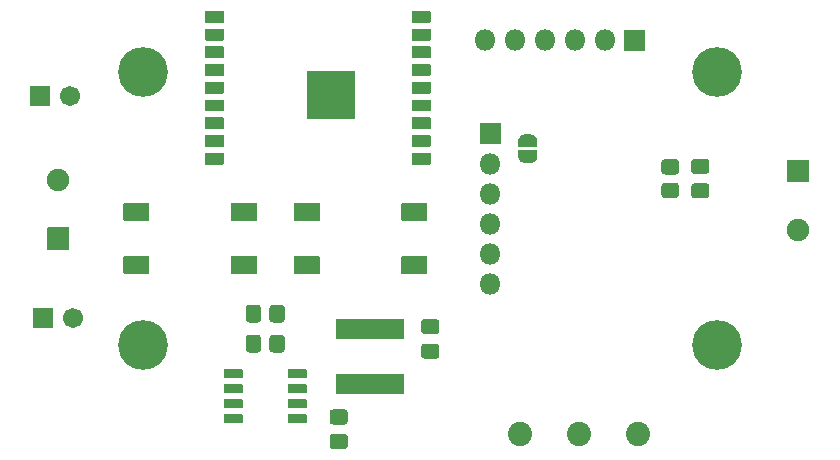
<source format=gbr>
%TF.GenerationSoftware,KiCad,Pcbnew,(5.1.8-0-10_14)*%
%TF.CreationDate,2021-08-05T18:18:29-06:00*%
%TF.ProjectId,ESP8266_Water_Sensor,45535038-3236-4365-9f57-617465725f53,rev?*%
%TF.SameCoordinates,Original*%
%TF.FileFunction,Soldermask,Top*%
%TF.FilePolarity,Negative*%
%FSLAX46Y46*%
G04 Gerber Fmt 4.6, Leading zero omitted, Abs format (unit mm)*
G04 Created by KiCad (PCBNEW (5.1.8-0-10_14)) date 2021-08-05 18:18:29*
%MOMM*%
%LPD*%
G01*
G04 APERTURE LIST*
%ADD10O,1.801600X1.801600*%
%ADD11C,1.901600*%
%ADD12C,0.100000*%
%ADD13C,2.051600*%
%ADD14C,4.216000*%
%ADD15C,1.701600*%
G04 APERTURE END LIST*
%TO.C,U1*%
G36*
G01*
X134875000Y-85865800D02*
X133375000Y-85865800D01*
G75*
G02*
X133324200Y-85815000I0J50800D01*
G01*
X133324200Y-84915000D01*
G75*
G02*
X133375000Y-84864200I50800J0D01*
G01*
X134875000Y-84864200D01*
G75*
G02*
X134925800Y-84915000I0J-50800D01*
G01*
X134925800Y-85815000D01*
G75*
G02*
X134875000Y-85865800I-50800J0D01*
G01*
G37*
G36*
G01*
X134875000Y-87365800D02*
X133375000Y-87365800D01*
G75*
G02*
X133324200Y-87315000I0J50800D01*
G01*
X133324200Y-86415000D01*
G75*
G02*
X133375000Y-86364200I50800J0D01*
G01*
X134875000Y-86364200D01*
G75*
G02*
X134925800Y-86415000I0J-50800D01*
G01*
X134925800Y-87315000D01*
G75*
G02*
X134875000Y-87365800I-50800J0D01*
G01*
G37*
G36*
G01*
X134875000Y-88865800D02*
X133375000Y-88865800D01*
G75*
G02*
X133324200Y-88815000I0J50800D01*
G01*
X133324200Y-87915000D01*
G75*
G02*
X133375000Y-87864200I50800J0D01*
G01*
X134875000Y-87864200D01*
G75*
G02*
X134925800Y-87915000I0J-50800D01*
G01*
X134925800Y-88815000D01*
G75*
G02*
X134875000Y-88865800I-50800J0D01*
G01*
G37*
G36*
G01*
X134875000Y-90365800D02*
X133375000Y-90365800D01*
G75*
G02*
X133324200Y-90315000I0J50800D01*
G01*
X133324200Y-89415000D01*
G75*
G02*
X133375000Y-89364200I50800J0D01*
G01*
X134875000Y-89364200D01*
G75*
G02*
X134925800Y-89415000I0J-50800D01*
G01*
X134925800Y-90315000D01*
G75*
G02*
X134875000Y-90365800I-50800J0D01*
G01*
G37*
G36*
G01*
X134875000Y-91865800D02*
X133375000Y-91865800D01*
G75*
G02*
X133324200Y-91815000I0J50800D01*
G01*
X133324200Y-90915000D01*
G75*
G02*
X133375000Y-90864200I50800J0D01*
G01*
X134875000Y-90864200D01*
G75*
G02*
X134925800Y-90915000I0J-50800D01*
G01*
X134925800Y-91815000D01*
G75*
G02*
X134875000Y-91865800I-50800J0D01*
G01*
G37*
G36*
G01*
X134875000Y-93365800D02*
X133375000Y-93365800D01*
G75*
G02*
X133324200Y-93315000I0J50800D01*
G01*
X133324200Y-92415000D01*
G75*
G02*
X133375000Y-92364200I50800J0D01*
G01*
X134875000Y-92364200D01*
G75*
G02*
X134925800Y-92415000I0J-50800D01*
G01*
X134925800Y-93315000D01*
G75*
G02*
X134875000Y-93365800I-50800J0D01*
G01*
G37*
G36*
G01*
X134875000Y-94865800D02*
X133375000Y-94865800D01*
G75*
G02*
X133324200Y-94815000I0J50800D01*
G01*
X133324200Y-93915000D01*
G75*
G02*
X133375000Y-93864200I50800J0D01*
G01*
X134875000Y-93864200D01*
G75*
G02*
X134925800Y-93915000I0J-50800D01*
G01*
X134925800Y-94815000D01*
G75*
G02*
X134875000Y-94865800I-50800J0D01*
G01*
G37*
G36*
G01*
X134875000Y-96365800D02*
X133375000Y-96365800D01*
G75*
G02*
X133324200Y-96315000I0J50800D01*
G01*
X133324200Y-95415000D01*
G75*
G02*
X133375000Y-95364200I50800J0D01*
G01*
X134875000Y-95364200D01*
G75*
G02*
X134925800Y-95415000I0J-50800D01*
G01*
X134925800Y-96315000D01*
G75*
G02*
X134875000Y-96365800I-50800J0D01*
G01*
G37*
G36*
G01*
X134875000Y-97865800D02*
X133375000Y-97865800D01*
G75*
G02*
X133324200Y-97815000I0J50800D01*
G01*
X133324200Y-96915000D01*
G75*
G02*
X133375000Y-96864200I50800J0D01*
G01*
X134875000Y-96864200D01*
G75*
G02*
X134925800Y-96915000I0J-50800D01*
G01*
X134925800Y-97815000D01*
G75*
G02*
X134875000Y-97865800I-50800J0D01*
G01*
G37*
G36*
G01*
X152375000Y-97865800D02*
X150875000Y-97865800D01*
G75*
G02*
X150824200Y-97815000I0J50800D01*
G01*
X150824200Y-96915000D01*
G75*
G02*
X150875000Y-96864200I50800J0D01*
G01*
X152375000Y-96864200D01*
G75*
G02*
X152425800Y-96915000I0J-50800D01*
G01*
X152425800Y-97815000D01*
G75*
G02*
X152375000Y-97865800I-50800J0D01*
G01*
G37*
G36*
G01*
X152375000Y-96365800D02*
X150875000Y-96365800D01*
G75*
G02*
X150824200Y-96315000I0J50800D01*
G01*
X150824200Y-95415000D01*
G75*
G02*
X150875000Y-95364200I50800J0D01*
G01*
X152375000Y-95364200D01*
G75*
G02*
X152425800Y-95415000I0J-50800D01*
G01*
X152425800Y-96315000D01*
G75*
G02*
X152375000Y-96365800I-50800J0D01*
G01*
G37*
G36*
G01*
X152375000Y-94865800D02*
X150875000Y-94865800D01*
G75*
G02*
X150824200Y-94815000I0J50800D01*
G01*
X150824200Y-93915000D01*
G75*
G02*
X150875000Y-93864200I50800J0D01*
G01*
X152375000Y-93864200D01*
G75*
G02*
X152425800Y-93915000I0J-50800D01*
G01*
X152425800Y-94815000D01*
G75*
G02*
X152375000Y-94865800I-50800J0D01*
G01*
G37*
G36*
G01*
X152375000Y-93365800D02*
X150875000Y-93365800D01*
G75*
G02*
X150824200Y-93315000I0J50800D01*
G01*
X150824200Y-92415000D01*
G75*
G02*
X150875000Y-92364200I50800J0D01*
G01*
X152375000Y-92364200D01*
G75*
G02*
X152425800Y-92415000I0J-50800D01*
G01*
X152425800Y-93315000D01*
G75*
G02*
X152375000Y-93365800I-50800J0D01*
G01*
G37*
G36*
G01*
X152375000Y-91865800D02*
X150875000Y-91865800D01*
G75*
G02*
X150824200Y-91815000I0J50800D01*
G01*
X150824200Y-90915000D01*
G75*
G02*
X150875000Y-90864200I50800J0D01*
G01*
X152375000Y-90864200D01*
G75*
G02*
X152425800Y-90915000I0J-50800D01*
G01*
X152425800Y-91815000D01*
G75*
G02*
X152375000Y-91865800I-50800J0D01*
G01*
G37*
G36*
G01*
X152375000Y-90365800D02*
X150875000Y-90365800D01*
G75*
G02*
X150824200Y-90315000I0J50800D01*
G01*
X150824200Y-89415000D01*
G75*
G02*
X150875000Y-89364200I50800J0D01*
G01*
X152375000Y-89364200D01*
G75*
G02*
X152425800Y-89415000I0J-50800D01*
G01*
X152425800Y-90315000D01*
G75*
G02*
X152375000Y-90365800I-50800J0D01*
G01*
G37*
G36*
G01*
X152375000Y-88865800D02*
X150875000Y-88865800D01*
G75*
G02*
X150824200Y-88815000I0J50800D01*
G01*
X150824200Y-87915000D01*
G75*
G02*
X150875000Y-87864200I50800J0D01*
G01*
X152375000Y-87864200D01*
G75*
G02*
X152425800Y-87915000I0J-50800D01*
G01*
X152425800Y-88815000D01*
G75*
G02*
X152375000Y-88865800I-50800J0D01*
G01*
G37*
G36*
G01*
X152375000Y-87365800D02*
X150875000Y-87365800D01*
G75*
G02*
X150824200Y-87315000I0J50800D01*
G01*
X150824200Y-86415000D01*
G75*
G02*
X150875000Y-86364200I50800J0D01*
G01*
X152375000Y-86364200D01*
G75*
G02*
X152425800Y-86415000I0J-50800D01*
G01*
X152425800Y-87315000D01*
G75*
G02*
X152375000Y-87365800I-50800J0D01*
G01*
G37*
G36*
G01*
X152375000Y-85865800D02*
X150875000Y-85865800D01*
G75*
G02*
X150824200Y-85815000I0J50800D01*
G01*
X150824200Y-84915000D01*
G75*
G02*
X150875000Y-84864200I50800J0D01*
G01*
X152375000Y-84864200D01*
G75*
G02*
X152425800Y-84915000I0J-50800D01*
G01*
X152425800Y-85815000D01*
G75*
G02*
X152375000Y-85865800I-50800J0D01*
G01*
G37*
G36*
G01*
X145975000Y-94025800D02*
X141975000Y-94025800D01*
G75*
G02*
X141924200Y-93975000I0J50800D01*
G01*
X141924200Y-89975000D01*
G75*
G02*
X141975000Y-89924200I50800J0D01*
G01*
X145975000Y-89924200D01*
G75*
G02*
X146025800Y-89975000I0J-50800D01*
G01*
X146025800Y-93975000D01*
G75*
G02*
X145975000Y-94025800I-50800J0D01*
G01*
G37*
%TD*%
%TO.C,C2*%
G36*
G01*
X151895817Y-113026700D02*
X152904183Y-113026700D01*
G75*
G02*
X153175800Y-113298317I0J-271617D01*
G01*
X153175800Y-114031683D01*
G75*
G02*
X152904183Y-114303300I-271617J0D01*
G01*
X151895817Y-114303300D01*
G75*
G02*
X151624200Y-114031683I0J271617D01*
G01*
X151624200Y-113298317D01*
G75*
G02*
X151895817Y-113026700I271617J0D01*
G01*
G37*
G36*
G01*
X151895817Y-110951700D02*
X152904183Y-110951700D01*
G75*
G02*
X153175800Y-111223317I0J-271617D01*
G01*
X153175800Y-111956683D01*
G75*
G02*
X152904183Y-112228300I-271617J0D01*
G01*
X151895817Y-112228300D01*
G75*
G02*
X151624200Y-111956683I0J271617D01*
G01*
X151624200Y-111223317D01*
G75*
G02*
X151895817Y-110951700I271617J0D01*
G01*
G37*
%TD*%
%TO.C,C3*%
G36*
G01*
X145157183Y-121953600D02*
X144148817Y-121953600D01*
G75*
G02*
X143877200Y-121681983I0J271617D01*
G01*
X143877200Y-120948617D01*
G75*
G02*
X144148817Y-120677000I271617J0D01*
G01*
X145157183Y-120677000D01*
G75*
G02*
X145428800Y-120948617I0J-271617D01*
G01*
X145428800Y-121681983D01*
G75*
G02*
X145157183Y-121953600I-271617J0D01*
G01*
G37*
G36*
G01*
X145157183Y-119878600D02*
X144148817Y-119878600D01*
G75*
G02*
X143877200Y-119606983I0J271617D01*
G01*
X143877200Y-118873617D01*
G75*
G02*
X144148817Y-118602000I271617J0D01*
G01*
X145157183Y-118602000D01*
G75*
G02*
X145428800Y-118873617I0J-271617D01*
G01*
X145428800Y-119606983D01*
G75*
G02*
X145157183Y-119878600I-271617J0D01*
G01*
G37*
%TD*%
%TO.C,C12*%
G36*
G01*
X174755817Y-99459200D02*
X175764183Y-99459200D01*
G75*
G02*
X176035800Y-99730817I0J-271617D01*
G01*
X176035800Y-100464183D01*
G75*
G02*
X175764183Y-100735800I-271617J0D01*
G01*
X174755817Y-100735800D01*
G75*
G02*
X174484200Y-100464183I0J271617D01*
G01*
X174484200Y-99730817D01*
G75*
G02*
X174755817Y-99459200I271617J0D01*
G01*
G37*
G36*
G01*
X174755817Y-97384200D02*
X175764183Y-97384200D01*
G75*
G02*
X176035800Y-97655817I0J-271617D01*
G01*
X176035800Y-98389183D01*
G75*
G02*
X175764183Y-98660800I-271617J0D01*
G01*
X174755817Y-98660800D01*
G75*
G02*
X174484200Y-98389183I0J271617D01*
G01*
X174484200Y-97655817D01*
G75*
G02*
X174755817Y-97384200I271617J0D01*
G01*
G37*
%TD*%
%TO.C,J1*%
G36*
G01*
X156579200Y-96100000D02*
X156579200Y-94400000D01*
G75*
G02*
X156630000Y-94349200I50800J0D01*
G01*
X158330000Y-94349200D01*
G75*
G02*
X158380800Y-94400000I0J-50800D01*
G01*
X158380800Y-96100000D01*
G75*
G02*
X158330000Y-96150800I-50800J0D01*
G01*
X156630000Y-96150800D01*
G75*
G02*
X156579200Y-96100000I0J50800D01*
G01*
G37*
D10*
X157480000Y-97790000D03*
X157480000Y-100330000D03*
X157480000Y-102870000D03*
X157480000Y-105410000D03*
X157480000Y-107950000D03*
%TD*%
D11*
%TO.C,J2*%
X120904000Y-99140000D03*
G36*
G01*
X121804000Y-105090800D02*
X120004000Y-105090800D01*
G75*
G02*
X119953200Y-105040000I0J50800D01*
G01*
X119953200Y-103240000D01*
G75*
G02*
X120004000Y-103189200I50800J0D01*
G01*
X121804000Y-103189200D01*
G75*
G02*
X121854800Y-103240000I0J-50800D01*
G01*
X121854800Y-105040000D01*
G75*
G02*
X121804000Y-105090800I-50800J0D01*
G01*
G37*
%TD*%
%TO.C,J4*%
G36*
G01*
X182615000Y-97474200D02*
X184415000Y-97474200D01*
G75*
G02*
X184465800Y-97525000I0J-50800D01*
G01*
X184465800Y-99325000D01*
G75*
G02*
X184415000Y-99375800I-50800J0D01*
G01*
X182615000Y-99375800D01*
G75*
G02*
X182564200Y-99325000I0J50800D01*
G01*
X182564200Y-97525000D01*
G75*
G02*
X182615000Y-97474200I50800J0D01*
G01*
G37*
X183515000Y-103425000D03*
%TD*%
D10*
%TO.C,J5*%
X157022800Y-87350600D03*
X159562800Y-87350600D03*
X162102800Y-87350600D03*
X164642800Y-87350600D03*
X167182800Y-87350600D03*
G36*
G01*
X168872800Y-86449800D02*
X170572800Y-86449800D01*
G75*
G02*
X170623600Y-86500600I0J-50800D01*
G01*
X170623600Y-88200600D01*
G75*
G02*
X170572800Y-88251400I-50800J0D01*
G01*
X168872800Y-88251400D01*
G75*
G02*
X168822000Y-88200600I0J50800D01*
G01*
X168822000Y-86500600D01*
G75*
G02*
X168872800Y-86449800I50800J0D01*
G01*
G37*
%TD*%
D12*
%TO.C,JP1*%
G36*
X161455198Y-97176113D02*
G01*
X161455198Y-97194534D01*
X161454953Y-97199514D01*
X161450143Y-97248345D01*
X161449412Y-97253275D01*
X161439840Y-97301400D01*
X161438628Y-97306237D01*
X161424384Y-97353192D01*
X161422705Y-97357885D01*
X161403928Y-97403218D01*
X161401796Y-97407726D01*
X161378665Y-97450999D01*
X161376103Y-97455273D01*
X161348843Y-97496072D01*
X161345873Y-97500077D01*
X161314745Y-97538006D01*
X161311397Y-97541700D01*
X161276700Y-97576397D01*
X161273006Y-97579745D01*
X161235077Y-97610873D01*
X161231072Y-97613843D01*
X161190273Y-97641103D01*
X161185999Y-97643665D01*
X161142726Y-97666796D01*
X161138218Y-97668928D01*
X161092885Y-97687705D01*
X161088192Y-97689384D01*
X161041237Y-97703628D01*
X161036400Y-97704840D01*
X160988275Y-97714412D01*
X160983345Y-97715143D01*
X160934514Y-97719953D01*
X160929534Y-97720198D01*
X160911113Y-97720198D01*
X160905000Y-97720800D01*
X160405000Y-97720800D01*
X160398887Y-97720198D01*
X160380466Y-97720198D01*
X160375486Y-97719953D01*
X160326655Y-97715143D01*
X160321725Y-97714412D01*
X160273600Y-97704840D01*
X160268763Y-97703628D01*
X160221808Y-97689384D01*
X160217115Y-97687705D01*
X160171782Y-97668928D01*
X160167274Y-97666796D01*
X160124001Y-97643665D01*
X160119727Y-97641103D01*
X160078928Y-97613843D01*
X160074923Y-97610873D01*
X160036994Y-97579745D01*
X160033300Y-97576397D01*
X159998603Y-97541700D01*
X159995255Y-97538006D01*
X159964127Y-97500077D01*
X159961157Y-97496072D01*
X159933897Y-97455273D01*
X159931335Y-97450999D01*
X159908204Y-97407726D01*
X159906072Y-97403218D01*
X159887295Y-97357885D01*
X159885616Y-97353192D01*
X159871372Y-97306237D01*
X159870160Y-97301400D01*
X159860588Y-97253275D01*
X159859857Y-97248345D01*
X159855047Y-97199514D01*
X159854802Y-97194534D01*
X159854802Y-97176113D01*
X159854200Y-97170000D01*
X159854200Y-96670000D01*
X159855176Y-96660089D01*
X159858067Y-96650560D01*
X159862761Y-96641777D01*
X159869079Y-96634079D01*
X159876777Y-96627761D01*
X159885560Y-96623067D01*
X159895089Y-96620176D01*
X159905000Y-96619200D01*
X161405000Y-96619200D01*
X161414911Y-96620176D01*
X161424440Y-96623067D01*
X161433223Y-96627761D01*
X161440921Y-96634079D01*
X161447239Y-96641777D01*
X161451933Y-96650560D01*
X161454824Y-96660089D01*
X161455800Y-96670000D01*
X161455800Y-97170000D01*
X161455198Y-97176113D01*
G37*
G36*
X161454824Y-96379911D02*
G01*
X161451933Y-96389440D01*
X161447239Y-96398223D01*
X161440921Y-96405921D01*
X161433223Y-96412239D01*
X161424440Y-96416933D01*
X161414911Y-96419824D01*
X161405000Y-96420800D01*
X159905000Y-96420800D01*
X159895089Y-96419824D01*
X159885560Y-96416933D01*
X159876777Y-96412239D01*
X159869079Y-96405921D01*
X159862761Y-96398223D01*
X159858067Y-96389440D01*
X159855176Y-96379911D01*
X159854200Y-96370000D01*
X159854200Y-95870000D01*
X159854802Y-95863887D01*
X159854802Y-95845466D01*
X159855047Y-95840486D01*
X159859857Y-95791655D01*
X159860588Y-95786725D01*
X159870160Y-95738600D01*
X159871372Y-95733763D01*
X159885616Y-95686808D01*
X159887295Y-95682115D01*
X159906072Y-95636782D01*
X159908204Y-95632274D01*
X159931335Y-95589001D01*
X159933897Y-95584727D01*
X159961157Y-95543928D01*
X159964127Y-95539923D01*
X159995255Y-95501994D01*
X159998603Y-95498300D01*
X160033300Y-95463603D01*
X160036994Y-95460255D01*
X160074923Y-95429127D01*
X160078928Y-95426157D01*
X160119727Y-95398897D01*
X160124001Y-95396335D01*
X160167274Y-95373204D01*
X160171782Y-95371072D01*
X160217115Y-95352295D01*
X160221808Y-95350616D01*
X160268763Y-95336372D01*
X160273600Y-95335160D01*
X160321725Y-95325588D01*
X160326655Y-95324857D01*
X160375486Y-95320047D01*
X160380466Y-95319802D01*
X160398887Y-95319802D01*
X160405000Y-95319200D01*
X160905000Y-95319200D01*
X160911113Y-95319802D01*
X160929534Y-95319802D01*
X160934514Y-95320047D01*
X160983345Y-95324857D01*
X160988275Y-95325588D01*
X161036400Y-95335160D01*
X161041237Y-95336372D01*
X161088192Y-95350616D01*
X161092885Y-95352295D01*
X161138218Y-95371072D01*
X161142726Y-95373204D01*
X161185999Y-95396335D01*
X161190273Y-95398897D01*
X161231072Y-95426157D01*
X161235077Y-95429127D01*
X161273006Y-95460255D01*
X161276700Y-95463603D01*
X161311397Y-95498300D01*
X161314745Y-95501994D01*
X161345873Y-95539923D01*
X161348843Y-95543928D01*
X161376103Y-95584727D01*
X161378665Y-95589001D01*
X161401796Y-95632274D01*
X161403928Y-95636782D01*
X161422705Y-95682115D01*
X161424384Y-95686808D01*
X161438628Y-95733763D01*
X161439840Y-95738600D01*
X161449412Y-95786725D01*
X161450143Y-95791655D01*
X161454953Y-95840486D01*
X161455198Y-95845466D01*
X161455198Y-95863887D01*
X161455800Y-95870000D01*
X161455800Y-96370000D01*
X161454824Y-96379911D01*
G37*
%TD*%
%TO.C,L1*%
G36*
G01*
X144419200Y-112560000D02*
X144419200Y-110960000D01*
G75*
G02*
X144470000Y-110909200I50800J0D01*
G01*
X150170000Y-110909200D01*
G75*
G02*
X150220800Y-110960000I0J-50800D01*
G01*
X150220800Y-112560000D01*
G75*
G02*
X150170000Y-112610800I-50800J0D01*
G01*
X144470000Y-112610800D01*
G75*
G02*
X144419200Y-112560000I0J50800D01*
G01*
G37*
G36*
G01*
X144419200Y-117260000D02*
X144419200Y-115660000D01*
G75*
G02*
X144470000Y-115609200I50800J0D01*
G01*
X150170000Y-115609200D01*
G75*
G02*
X150220800Y-115660000I0J-50800D01*
G01*
X150220800Y-117260000D01*
G75*
G02*
X150170000Y-117310800I-50800J0D01*
G01*
X144470000Y-117310800D01*
G75*
G02*
X144419200Y-117260000I0J50800D01*
G01*
G37*
%TD*%
%TO.C,R1*%
G36*
G01*
X138080800Y-110010365D02*
X138080800Y-110969635D01*
G75*
G02*
X137809635Y-111240800I-271165J0D01*
G01*
X137050365Y-111240800D01*
G75*
G02*
X136779200Y-110969635I0J271165D01*
G01*
X136779200Y-110010365D01*
G75*
G02*
X137050365Y-109739200I271165J0D01*
G01*
X137809635Y-109739200D01*
G75*
G02*
X138080800Y-110010365I0J-271165D01*
G01*
G37*
G36*
G01*
X140080800Y-110010365D02*
X140080800Y-110969635D01*
G75*
G02*
X139809635Y-111240800I-271165J0D01*
G01*
X139050365Y-111240800D01*
G75*
G02*
X138779200Y-110969635I0J271165D01*
G01*
X138779200Y-110010365D01*
G75*
G02*
X139050365Y-109739200I271165J0D01*
G01*
X139809635Y-109739200D01*
G75*
G02*
X140080800Y-110010365I0J-271165D01*
G01*
G37*
%TD*%
%TO.C,R2*%
G36*
G01*
X138779200Y-113509635D02*
X138779200Y-112550365D01*
G75*
G02*
X139050365Y-112279200I271165J0D01*
G01*
X139809635Y-112279200D01*
G75*
G02*
X140080800Y-112550365I0J-271165D01*
G01*
X140080800Y-113509635D01*
G75*
G02*
X139809635Y-113780800I-271165J0D01*
G01*
X139050365Y-113780800D01*
G75*
G02*
X138779200Y-113509635I0J271165D01*
G01*
G37*
G36*
G01*
X136779200Y-113509635D02*
X136779200Y-112550365D01*
G75*
G02*
X137050365Y-112279200I271165J0D01*
G01*
X137809635Y-112279200D01*
G75*
G02*
X138080800Y-112550365I0J-271165D01*
G01*
X138080800Y-113509635D01*
G75*
G02*
X137809635Y-113780800I-271165J0D01*
G01*
X137050365Y-113780800D01*
G75*
G02*
X136779200Y-113509635I0J271165D01*
G01*
G37*
%TD*%
%TO.C,R11*%
G36*
G01*
X173199635Y-100710800D02*
X172240365Y-100710800D01*
G75*
G02*
X171969200Y-100439635I0J271165D01*
G01*
X171969200Y-99680365D01*
G75*
G02*
X172240365Y-99409200I271165J0D01*
G01*
X173199635Y-99409200D01*
G75*
G02*
X173470800Y-99680365I0J-271165D01*
G01*
X173470800Y-100439635D01*
G75*
G02*
X173199635Y-100710800I-271165J0D01*
G01*
G37*
G36*
G01*
X173199635Y-98710800D02*
X172240365Y-98710800D01*
G75*
G02*
X171969200Y-98439635I0J271165D01*
G01*
X171969200Y-97680365D01*
G75*
G02*
X172240365Y-97409200I271165J0D01*
G01*
X173199635Y-97409200D01*
G75*
G02*
X173470800Y-97680365I0J-271165D01*
G01*
X173470800Y-98439635D01*
G75*
G02*
X173199635Y-98710800I-271165J0D01*
G01*
G37*
%TD*%
%TO.C,S1*%
G36*
G01*
X137680000Y-107140800D02*
X135580000Y-107140800D01*
G75*
G02*
X135529200Y-107090000I0J50800D01*
G01*
X135529200Y-105690000D01*
G75*
G02*
X135580000Y-105639200I50800J0D01*
G01*
X137680000Y-105639200D01*
G75*
G02*
X137730800Y-105690000I0J-50800D01*
G01*
X137730800Y-107090000D01*
G75*
G02*
X137680000Y-107140800I-50800J0D01*
G01*
G37*
G36*
G01*
X128580000Y-107140800D02*
X126480000Y-107140800D01*
G75*
G02*
X126429200Y-107090000I0J50800D01*
G01*
X126429200Y-105690000D01*
G75*
G02*
X126480000Y-105639200I50800J0D01*
G01*
X128580000Y-105639200D01*
G75*
G02*
X128630800Y-105690000I0J-50800D01*
G01*
X128630800Y-107090000D01*
G75*
G02*
X128580000Y-107140800I-50800J0D01*
G01*
G37*
G36*
G01*
X137680000Y-102640800D02*
X135580000Y-102640800D01*
G75*
G02*
X135529200Y-102590000I0J50800D01*
G01*
X135529200Y-101190000D01*
G75*
G02*
X135580000Y-101139200I50800J0D01*
G01*
X137680000Y-101139200D01*
G75*
G02*
X137730800Y-101190000I0J-50800D01*
G01*
X137730800Y-102590000D01*
G75*
G02*
X137680000Y-102640800I-50800J0D01*
G01*
G37*
G36*
G01*
X128580000Y-102640800D02*
X126480000Y-102640800D01*
G75*
G02*
X126429200Y-102590000I0J50800D01*
G01*
X126429200Y-101190000D01*
G75*
G02*
X126480000Y-101139200I50800J0D01*
G01*
X128580000Y-101139200D01*
G75*
G02*
X128630800Y-101190000I0J-50800D01*
G01*
X128630800Y-102590000D01*
G75*
G02*
X128580000Y-102640800I-50800J0D01*
G01*
G37*
%TD*%
%TO.C,S2*%
G36*
G01*
X143007200Y-102640800D02*
X140907200Y-102640800D01*
G75*
G02*
X140856400Y-102590000I0J50800D01*
G01*
X140856400Y-101190000D01*
G75*
G02*
X140907200Y-101139200I50800J0D01*
G01*
X143007200Y-101139200D01*
G75*
G02*
X143058000Y-101190000I0J-50800D01*
G01*
X143058000Y-102590000D01*
G75*
G02*
X143007200Y-102640800I-50800J0D01*
G01*
G37*
G36*
G01*
X152107200Y-102640800D02*
X150007200Y-102640800D01*
G75*
G02*
X149956400Y-102590000I0J50800D01*
G01*
X149956400Y-101190000D01*
G75*
G02*
X150007200Y-101139200I50800J0D01*
G01*
X152107200Y-101139200D01*
G75*
G02*
X152158000Y-101190000I0J-50800D01*
G01*
X152158000Y-102590000D01*
G75*
G02*
X152107200Y-102640800I-50800J0D01*
G01*
G37*
G36*
G01*
X143007200Y-107140800D02*
X140907200Y-107140800D01*
G75*
G02*
X140856400Y-107090000I0J50800D01*
G01*
X140856400Y-105690000D01*
G75*
G02*
X140907200Y-105639200I50800J0D01*
G01*
X143007200Y-105639200D01*
G75*
G02*
X143058000Y-105690000I0J-50800D01*
G01*
X143058000Y-107090000D01*
G75*
G02*
X143007200Y-107140800I-50800J0D01*
G01*
G37*
G36*
G01*
X152107200Y-107140800D02*
X150007200Y-107140800D01*
G75*
G02*
X149956400Y-107090000I0J50800D01*
G01*
X149956400Y-105690000D01*
G75*
G02*
X150007200Y-105639200I50800J0D01*
G01*
X152107200Y-105639200D01*
G75*
G02*
X152158000Y-105690000I0J-50800D01*
G01*
X152158000Y-107090000D01*
G75*
G02*
X152107200Y-107140800I-50800J0D01*
G01*
G37*
%TD*%
%TO.C,U2*%
G36*
G01*
X140380000Y-119004200D02*
X141880000Y-119004200D01*
G75*
G02*
X141930800Y-119055000I0J-50800D01*
G01*
X141930800Y-119705000D01*
G75*
G02*
X141880000Y-119755800I-50800J0D01*
G01*
X140380000Y-119755800D01*
G75*
G02*
X140329200Y-119705000I0J50800D01*
G01*
X140329200Y-119055000D01*
G75*
G02*
X140380000Y-119004200I50800J0D01*
G01*
G37*
G36*
G01*
X140380000Y-117734200D02*
X141880000Y-117734200D01*
G75*
G02*
X141930800Y-117785000I0J-50800D01*
G01*
X141930800Y-118435000D01*
G75*
G02*
X141880000Y-118485800I-50800J0D01*
G01*
X140380000Y-118485800D01*
G75*
G02*
X140329200Y-118435000I0J50800D01*
G01*
X140329200Y-117785000D01*
G75*
G02*
X140380000Y-117734200I50800J0D01*
G01*
G37*
G36*
G01*
X140380000Y-116464200D02*
X141880000Y-116464200D01*
G75*
G02*
X141930800Y-116515000I0J-50800D01*
G01*
X141930800Y-117165000D01*
G75*
G02*
X141880000Y-117215800I-50800J0D01*
G01*
X140380000Y-117215800D01*
G75*
G02*
X140329200Y-117165000I0J50800D01*
G01*
X140329200Y-116515000D01*
G75*
G02*
X140380000Y-116464200I50800J0D01*
G01*
G37*
G36*
G01*
X140380000Y-115194200D02*
X141880000Y-115194200D01*
G75*
G02*
X141930800Y-115245000I0J-50800D01*
G01*
X141930800Y-115895000D01*
G75*
G02*
X141880000Y-115945800I-50800J0D01*
G01*
X140380000Y-115945800D01*
G75*
G02*
X140329200Y-115895000I0J50800D01*
G01*
X140329200Y-115245000D01*
G75*
G02*
X140380000Y-115194200I50800J0D01*
G01*
G37*
G36*
G01*
X134980000Y-115194200D02*
X136480000Y-115194200D01*
G75*
G02*
X136530800Y-115245000I0J-50800D01*
G01*
X136530800Y-115895000D01*
G75*
G02*
X136480000Y-115945800I-50800J0D01*
G01*
X134980000Y-115945800D01*
G75*
G02*
X134929200Y-115895000I0J50800D01*
G01*
X134929200Y-115245000D01*
G75*
G02*
X134980000Y-115194200I50800J0D01*
G01*
G37*
G36*
G01*
X134980000Y-116464200D02*
X136480000Y-116464200D01*
G75*
G02*
X136530800Y-116515000I0J-50800D01*
G01*
X136530800Y-117165000D01*
G75*
G02*
X136480000Y-117215800I-50800J0D01*
G01*
X134980000Y-117215800D01*
G75*
G02*
X134929200Y-117165000I0J50800D01*
G01*
X134929200Y-116515000D01*
G75*
G02*
X134980000Y-116464200I50800J0D01*
G01*
G37*
G36*
G01*
X134980000Y-117734200D02*
X136480000Y-117734200D01*
G75*
G02*
X136530800Y-117785000I0J-50800D01*
G01*
X136530800Y-118435000D01*
G75*
G02*
X136480000Y-118485800I-50800J0D01*
G01*
X134980000Y-118485800D01*
G75*
G02*
X134929200Y-118435000I0J50800D01*
G01*
X134929200Y-117785000D01*
G75*
G02*
X134980000Y-117734200I50800J0D01*
G01*
G37*
G36*
G01*
X134980000Y-119004200D02*
X136480000Y-119004200D01*
G75*
G02*
X136530800Y-119055000I0J-50800D01*
G01*
X136530800Y-119705000D01*
G75*
G02*
X136480000Y-119755800I-50800J0D01*
G01*
X134980000Y-119755800D01*
G75*
G02*
X134929200Y-119705000I0J50800D01*
G01*
X134929200Y-119055000D01*
G75*
G02*
X134980000Y-119004200I50800J0D01*
G01*
G37*
%TD*%
D13*
%TO.C,J3*%
X160020000Y-120650000D03*
X165020000Y-120650000D03*
X170020000Y-120650000D03*
%TD*%
D14*
%TO.C,H1*%
X128117600Y-90068400D03*
%TD*%
%TO.C,H2*%
X176682400Y-90068400D03*
%TD*%
%TO.C,H3*%
X128117600Y-113131600D03*
%TD*%
%TO.C,H4*%
X176682400Y-113131600D03*
%TD*%
D15*
%TO.C,C14*%
X121869200Y-92049600D03*
G36*
G01*
X118518400Y-92849600D02*
X118518400Y-91249600D01*
G75*
G02*
X118569200Y-91198800I50800J0D01*
G01*
X120169200Y-91198800D01*
G75*
G02*
X120220000Y-91249600I0J-50800D01*
G01*
X120220000Y-92849600D01*
G75*
G02*
X120169200Y-92900400I-50800J0D01*
G01*
X118569200Y-92900400D01*
G75*
G02*
X118518400Y-92849600I0J50800D01*
G01*
G37*
%TD*%
%TO.C,C15*%
G36*
G01*
X118783200Y-111645600D02*
X118783200Y-110045600D01*
G75*
G02*
X118834000Y-109994800I50800J0D01*
G01*
X120434000Y-109994800D01*
G75*
G02*
X120484800Y-110045600I0J-50800D01*
G01*
X120484800Y-111645600D01*
G75*
G02*
X120434000Y-111696400I-50800J0D01*
G01*
X118834000Y-111696400D01*
G75*
G02*
X118783200Y-111645600I0J50800D01*
G01*
G37*
X122134000Y-110845600D03*
%TD*%
M02*

</source>
